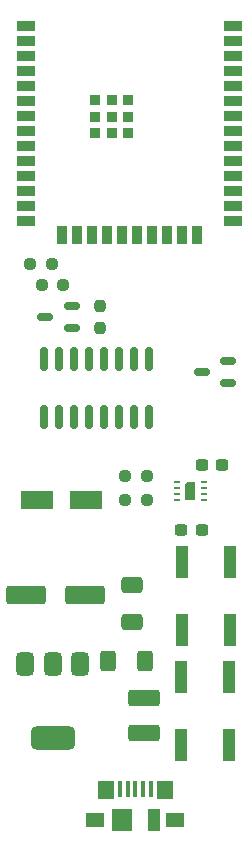
<source format=gbr>
%TF.GenerationSoftware,KiCad,Pcbnew,8.0.5*%
%TF.CreationDate,2024-11-01T20:02:56+05:30*%
%TF.ProjectId,ESP32 with sensor,45535033-3220-4776-9974-682073656e73,rev?*%
%TF.SameCoordinates,Original*%
%TF.FileFunction,Paste,Top*%
%TF.FilePolarity,Positive*%
%FSLAX46Y46*%
G04 Gerber Fmt 4.6, Leading zero omitted, Abs format (unit mm)*
G04 Created by KiCad (PCBNEW 8.0.5) date 2024-11-01 20:02:56*
%MOMM*%
%LPD*%
G01*
G04 APERTURE LIST*
G04 Aperture macros list*
%AMRoundRect*
0 Rectangle with rounded corners*
0 $1 Rounding radius*
0 $2 $3 $4 $5 $6 $7 $8 $9 X,Y pos of 4 corners*
0 Add a 4 corners polygon primitive as box body*
4,1,4,$2,$3,$4,$5,$6,$7,$8,$9,$2,$3,0*
0 Add four circle primitives for the rounded corners*
1,1,$1+$1,$2,$3*
1,1,$1+$1,$4,$5*
1,1,$1+$1,$6,$7*
1,1,$1+$1,$8,$9*
0 Add four rect primitives between the rounded corners*
20,1,$1+$1,$2,$3,$4,$5,0*
20,1,$1+$1,$4,$5,$6,$7,0*
20,1,$1+$1,$6,$7,$8,$9,0*
20,1,$1+$1,$8,$9,$2,$3,0*%
%AMFreePoly0*
4,1,6,0.450000,-0.800000,-0.450000,-0.800000,-0.450000,0.530000,-0.180000,0.800000,0.450000,0.800000,0.450000,-0.800000,0.450000,-0.800000,$1*%
G04 Aperture macros list end*
%ADD10RoundRect,0.237500X-0.250000X-0.237500X0.250000X-0.237500X0.250000X0.237500X-0.250000X0.237500X0*%
%ADD11RoundRect,0.150000X0.512500X0.150000X-0.512500X0.150000X-0.512500X-0.150000X0.512500X-0.150000X0*%
%ADD12RoundRect,0.250000X1.137500X0.550000X-1.137500X0.550000X-1.137500X-0.550000X1.137500X-0.550000X0*%
%ADD13RoundRect,0.237500X0.300000X0.237500X-0.300000X0.237500X-0.300000X-0.237500X0.300000X-0.237500X0*%
%ADD14RoundRect,0.150000X0.150000X-0.825000X0.150000X0.825000X-0.150000X0.825000X-0.150000X-0.825000X0*%
%ADD15R,0.450000X1.380000*%
%ADD16R,1.650000X1.300000*%
%ADD17R,1.425000X1.550000*%
%ADD18R,1.800000X1.900000*%
%ADD19R,1.000000X1.900000*%
%ADD20R,1.000000X2.800000*%
%ADD21RoundRect,0.237500X0.237500X-0.250000X0.237500X0.250000X-0.237500X0.250000X-0.237500X-0.250000X0*%
%ADD22RoundRect,0.250000X-0.650000X0.412500X-0.650000X-0.412500X0.650000X-0.412500X0.650000X0.412500X0*%
%ADD23FreePoly0,0.000000*%
%ADD24R,0.550000X0.250000*%
%ADD25RoundRect,0.250000X-0.400000X-0.625000X0.400000X-0.625000X0.400000X0.625000X-0.400000X0.625000X0*%
%ADD26RoundRect,0.375000X-0.375000X0.625000X-0.375000X-0.625000X0.375000X-0.625000X0.375000X0.625000X0*%
%ADD27RoundRect,0.500000X-1.400000X0.500000X-1.400000X-0.500000X1.400000X-0.500000X1.400000X0.500000X0*%
%ADD28RoundRect,0.250001X1.074999X-0.462499X1.074999X0.462499X-1.074999X0.462499X-1.074999X-0.462499X0*%
%ADD29RoundRect,0.250000X-1.412500X-0.550000X1.412500X-0.550000X1.412500X0.550000X-1.412500X0.550000X0*%
%ADD30R,0.900000X0.900000*%
%ADD31R,1.500000X0.900000*%
%ADD32R,0.900000X1.500000*%
G04 APERTURE END LIST*
D10*
%TO.C,R1*%
X122455380Y-133367880D03*
X124280380Y-133367880D03*
%TD*%
%TO.C,R2*%
X123455380Y-135117880D03*
X125280380Y-135117880D03*
%TD*%
D11*
%TO.C,Q1*%
X139255380Y-143495380D03*
X139255380Y-141595380D03*
X136980380Y-142545380D03*
%TD*%
D12*
%TO.C,C2*%
X127180380Y-153367880D03*
X123055380Y-153367880D03*
%TD*%
D13*
%TO.C,C3*%
X136980380Y-155867880D03*
X135255380Y-155867880D03*
%TD*%
D14*
%TO.C,U3*%
X123672880Y-146342880D03*
X124942880Y-146342880D03*
X126212880Y-146342880D03*
X127482880Y-146342880D03*
X128752880Y-146342880D03*
X130022880Y-146342880D03*
X131292880Y-146342880D03*
X132562880Y-146342880D03*
X132562880Y-141392880D03*
X131292880Y-141392880D03*
X130022880Y-141392880D03*
X128752880Y-141392880D03*
X127482880Y-141392880D03*
X126212880Y-141392880D03*
X124942880Y-141392880D03*
X123672880Y-141392880D03*
%TD*%
D15*
%TO.C,J1*%
X130074925Y-177837880D03*
X130724925Y-177837880D03*
X131374925Y-177837880D03*
X132024925Y-177837880D03*
X132674925Y-177837880D03*
D16*
X127999925Y-180497880D03*
D17*
X128887425Y-177922880D03*
D18*
X130224925Y-180497880D03*
D19*
X132924925Y-180497880D03*
D17*
X133862425Y-177922880D03*
D16*
X134749925Y-180497880D03*
%TD*%
D20*
%TO.C,RESET1*%
X135367880Y-164397880D03*
X135367880Y-158597880D03*
X139367880Y-164397880D03*
X139367880Y-158597880D03*
%TD*%
D21*
%TO.C,R3*%
X128367880Y-138780380D03*
X128367880Y-136955380D03*
%TD*%
D11*
%TO.C,Q2*%
X126005380Y-138817880D03*
X126005380Y-136917880D03*
X123730380Y-137867880D03*
%TD*%
D22*
%TO.C,C5*%
X131117880Y-160555380D03*
X131117880Y-163680380D03*
%TD*%
D23*
%TO.C,U4*%
X136042880Y-152617880D03*
D24*
X134867880Y-151867880D03*
X134867880Y-152367880D03*
X134867880Y-152867880D03*
X134867880Y-153367880D03*
X137217880Y-153367880D03*
X137217880Y-152867880D03*
X137217880Y-152367880D03*
X137217880Y-151867880D03*
%TD*%
D25*
%TO.C,R6*%
X129067880Y-166997880D03*
X132167880Y-166997880D03*
%TD*%
D20*
%TO.C,BOOT1*%
X135277955Y-174147880D03*
X135277955Y-168347880D03*
X139277955Y-174147880D03*
X139277955Y-168347880D03*
%TD*%
D10*
%TO.C,R5*%
X130542880Y-153367880D03*
X132367880Y-153367880D03*
%TD*%
D26*
%TO.C,U2*%
X126667880Y-167217880D03*
X124367880Y-167217880D03*
D27*
X124367880Y-173517880D03*
D26*
X122067880Y-167217880D03*
%TD*%
D10*
%TO.C,R4*%
X130542880Y-151367880D03*
X132367880Y-151367880D03*
%TD*%
D28*
%TO.C,D1*%
X132117880Y-173105380D03*
X132117880Y-170130380D03*
%TD*%
D29*
%TO.C,C1*%
X122080380Y-161367880D03*
X127155380Y-161367880D03*
%TD*%
D30*
%TO.C,U1*%
X130767880Y-122327880D03*
X130767880Y-120927880D03*
X130767880Y-119527880D03*
X129367880Y-122327880D03*
X129367880Y-120927880D03*
X129367880Y-119527880D03*
X127967880Y-122327880D03*
X127967880Y-120927880D03*
X127967880Y-119527880D03*
D31*
X139617880Y-113207880D03*
X139617880Y-114477880D03*
X139617880Y-115747880D03*
X139617880Y-117017880D03*
X139617880Y-118287880D03*
X139617880Y-119557880D03*
X139617880Y-120827880D03*
X139617880Y-122097880D03*
X139617880Y-123367880D03*
X139617880Y-124637880D03*
X139617880Y-125907880D03*
X139617880Y-127177880D03*
X139617880Y-128447880D03*
X139617880Y-129717880D03*
D32*
X136587880Y-130967880D03*
X135317880Y-130967880D03*
X134047880Y-130967880D03*
X132777880Y-130967880D03*
X131507880Y-130967880D03*
X130237880Y-130967880D03*
X128967880Y-130967880D03*
X127697880Y-130967880D03*
X126427880Y-130967880D03*
X125157880Y-130967880D03*
D31*
X122117880Y-129717880D03*
X122117880Y-128447880D03*
X122117880Y-127177880D03*
X122117880Y-125907880D03*
X122117880Y-124637880D03*
X122117880Y-123367880D03*
X122117880Y-122097880D03*
X122117880Y-120827880D03*
X122117880Y-119557880D03*
X122117880Y-118287880D03*
X122117880Y-117017880D03*
X122117880Y-115747880D03*
X122117880Y-114477880D03*
X122117880Y-113207880D03*
%TD*%
D13*
%TO.C,C4*%
X138730380Y-150367880D03*
X137005380Y-150367880D03*
%TD*%
M02*

</source>
